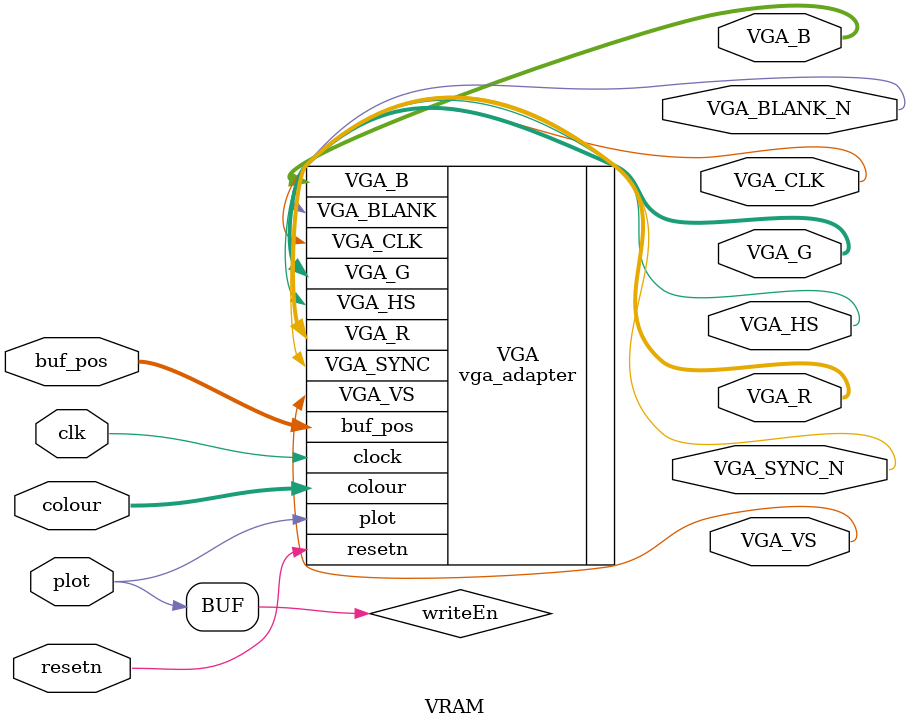
<source format=v>
module VRAM(input plot, input clk, input resetn, input[15:0] buf_pos, input[11:0] colour,
			// The ports below are for the VGA output.  Do not change.
			output			VGA_CLK,   						//	VGA Clock
			output			VGA_HS,							//	VGA H_SYNC
			output			VGA_VS,							//	VGA V_SYNC
			output			VGA_BLANK_N,						//	VGA BLANK
			output			VGA_SYNC_N,						//	VGA SYNC
			output	[9:0]	VGA_R,   						//	VGA Red[9:0]
			output	[9:0]	VGA_G,	 						//	VGA Green[9:0]
			output	[9:0]	VGA_B   						//	VGA Blue[9:0]
);	
		// Create the colour, x, y and writeEn wires that are inputs to the controller.
	//wire [2:0] colour = 3'b100; //3'b101; //ram_write_data[2:0];
	wire writeEn = plot;

	// Create an Instance of a VGA controller - there can be only one!
	// Define the number of colours as well as the initial background
	// image file (.MIF) for the controller.
	vga_adapter VGA(
			.resetn(resetn),
			.clock(clk),
			.colour(colour),
			.buf_pos(buf_pos),
			.plot(writeEn),
			/* Signals for the DAC to drive the monitor. */
			.VGA_R(VGA_R),
			.VGA_G(VGA_G),
			.VGA_B(VGA_B),
			.VGA_HS(VGA_HS),
			.VGA_VS(VGA_VS),
			.VGA_BLANK(VGA_BLANK_N),
			.VGA_SYNC(VGA_SYNC_N),
			.VGA_CLK(VGA_CLK));
		defparam VGA.RESOLUTION = "160x120";
		defparam VGA.MONOCHROME = "FALSE";
		defparam VGA.BITS_PER_COLOUR_CHANNEL = 4;
		defparam VGA.BACKGROUND_IMAGE = "black.mif";
endmodule

</source>
